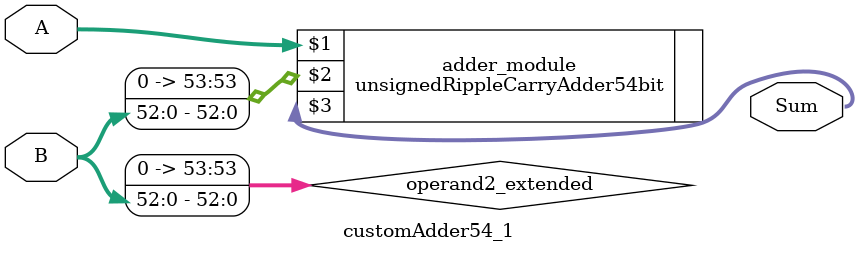
<source format=v>
module customAdder54_1(
                        input [53 : 0] A,
                        input [52 : 0] B,
                        
                        output [54 : 0] Sum
                );

        wire [53 : 0] operand2_extended;
        
        assign operand2_extended =  {1'b0, B};
        
        unsignedRippleCarryAdder54bit adder_module(
            A,
            operand2_extended,
            Sum
        );
        
        endmodule
        
</source>
